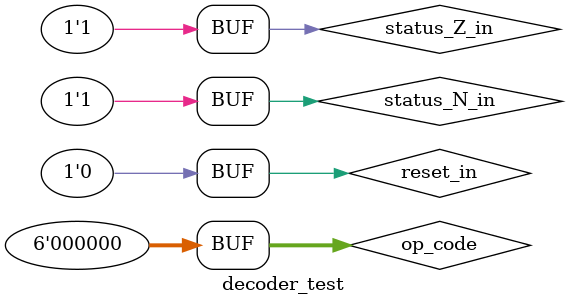
<source format=sv>
`timescale 1 ns/10 ps
module decoder_test#(
        parameter DATA_WIDTH = 11,
        parameter INSTRUCTION_WIDTH = 16
    );

	    logic [INSTRUCTION_WIDTH - DATA_WIDTH:0] op_code;
		logic clock_in, status_Z_in, status_N_in, reset_in;
		logic branch_out, sel_B_out, alu_op_out, data_memory_wr_out;  
		logic acc_wr_out, pc_wr_out, status_wr_out, ir_wr_out;
		logic acc_reset_out, pc_reset_out, status_reset_out, ir_reset_out;
		logic [1:0] sel_A_out;

clock_generator GCLOCK(clock_in);

decoder decoder0(
	.op_code(op_code),
	.status_Z_in(status_Z_in),
	.status_N_in(status_N_in),
	.reset_in(reset_in),
	.clock_in(clock_in),
    .branch_out(branch_out),
    .sel_A_out(sel_A_out), 
    .sel_B_out(sel_B_out), 
    .alu_op_out(alu_op_out), 
    .data_memory_wr_out(data_memory_wr_out),
    .acc_wr_out(acc_wr_out), 
    .pc_wr_out(pc_wr_out), 
    .status_wr_out(status_wr_out), 
    .ir_wr_out(ir_wr_out),
    .acc_reset_out(acc_reset_out), 
    .pc_reset_out(pc_reset_out), 
    .status_reset_out(status_reset_out), 
    .ir_reset_out(ir_reset_out)
	);
initial
	begin
		op_code = 5'b00000;//HLT 
		status_Z_in=1'b0; status_N_in=1'b0; reset_in = 1;
	
		#6 op_code=5'b00001;//STO
		#4 op_code=5'b00010;//LD
		#4 op_code=5'b00011;//LDI
		#4 op_code=5'b00100;//ADD
		#4 op_code=5'b00101;//ADDI
		#4 op_code=5'b00110;//SUB
		#4 op_code=5'b00111;//SUBI
		#4 op_code=5'b01000;//BEQ
			status_Z_in=1'b1;
		#4 status_Z_in=1'b0;
		#4 op_code=5'b01001;//BNE
			status_Z_in=1'b1;
		#4 status_Z_in=1'b0; 
		#4 op_code=5'b01010;//BGT
		#4 status_Z_in=1'b1;
		#4 status_N_in=1'b1;
		#4 status_Z_in=1'b0;
		#4 status_N_in=1'b0;
		#4 op_code=5'b01011;//BGE
		#4 status_N_in=1'b1;
		#4 op_code=5'b01100;//BLT
		#4 status_N_in=1'b0;
		#4 op_code=5'b01101;//BLE
		#4 status_Z_in=1'b1;
		#4 status_N_in=1'b1;
		#4 op_code=5'b01110;//JMP
		#4	reset_in = 1'b0;
		#4 op_code = 5'b00000;//HLT 	
	end	
endmodule 
</source>
